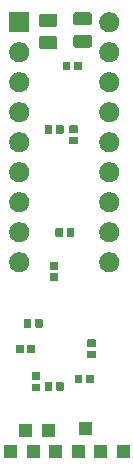
<source format=gbr>
G04 #@! TF.GenerationSoftware,KiCad,Pcbnew,5.1.5+dfsg1-2build2*
G04 #@! TF.CreationDate,2023-02-09T08:11:11+00:00*
G04 #@! TF.ProjectId,video-ram-replacement,76696465-6f2d-4726-916d-2d7265706c61,rev?*
G04 #@! TF.SameCoordinates,Original*
G04 #@! TF.FileFunction,Soldermask,Bot*
G04 #@! TF.FilePolarity,Negative*
%FSLAX46Y46*%
G04 Gerber Fmt 4.6, Leading zero omitted, Abs format (unit mm)*
G04 Created by KiCad (PCBNEW 5.1.5+dfsg1-2build2) date 2023-02-09 08:11:11*
%MOMM*%
%LPD*%
G04 APERTURE LIST*
%ADD10C,0.150000*%
G04 APERTURE END LIST*
D10*
G36*
X188892000Y-163619000D02*
G01*
X187790000Y-163619000D01*
X187790000Y-162517000D01*
X188892000Y-162517000D01*
X188892000Y-163619000D01*
G37*
G36*
X186987000Y-163619000D02*
G01*
X185885000Y-163619000D01*
X185885000Y-162517000D01*
X186987000Y-162517000D01*
X186987000Y-163619000D01*
G37*
G36*
X185082000Y-163619000D02*
G01*
X183980000Y-163619000D01*
X183980000Y-162517000D01*
X185082000Y-162517000D01*
X185082000Y-163619000D01*
G37*
G36*
X183177000Y-163619000D02*
G01*
X182075000Y-163619000D01*
X182075000Y-162517000D01*
X183177000Y-162517000D01*
X183177000Y-163619000D01*
G37*
G36*
X181272000Y-163619000D02*
G01*
X180170000Y-163619000D01*
X180170000Y-162517000D01*
X181272000Y-162517000D01*
X181272000Y-163619000D01*
G37*
G36*
X179367000Y-163619000D02*
G01*
X178265000Y-163619000D01*
X178265000Y-162517000D01*
X179367000Y-162517000D01*
X179367000Y-163619000D01*
G37*
G36*
X180637000Y-161841000D02*
G01*
X179535000Y-161841000D01*
X179535000Y-160739000D01*
X180637000Y-160739000D01*
X180637000Y-161841000D01*
G37*
G36*
X182542000Y-161841000D02*
G01*
X181440000Y-161841000D01*
X181440000Y-160739000D01*
X182542000Y-160739000D01*
X182542000Y-161841000D01*
G37*
G36*
X185717000Y-161714000D02*
G01*
X184615000Y-161714000D01*
X184615000Y-160612000D01*
X185717000Y-160612000D01*
X185717000Y-161714000D01*
G37*
G36*
X181252976Y-157326772D02*
G01*
X181272181Y-157332598D01*
X181289893Y-157342065D01*
X181305405Y-157354795D01*
X181318135Y-157370307D01*
X181327602Y-157388019D01*
X181333428Y-157407224D01*
X181336000Y-157433340D01*
X181336000Y-157877060D01*
X181333428Y-157903176D01*
X181327602Y-157922381D01*
X181318135Y-157940093D01*
X181305405Y-157955605D01*
X181289893Y-157968335D01*
X181272181Y-157977802D01*
X181252976Y-157983628D01*
X181226860Y-157986200D01*
X180723140Y-157986200D01*
X180697024Y-157983628D01*
X180677819Y-157977802D01*
X180660107Y-157968335D01*
X180644595Y-157955605D01*
X180631865Y-157940093D01*
X180622398Y-157922381D01*
X180616572Y-157903176D01*
X180614000Y-157877060D01*
X180614000Y-157433340D01*
X180616572Y-157407224D01*
X180622398Y-157388019D01*
X180631865Y-157370307D01*
X180644595Y-157354795D01*
X180660107Y-157342065D01*
X180677819Y-157332598D01*
X180697024Y-157326772D01*
X180723140Y-157324200D01*
X181226860Y-157324200D01*
X181252976Y-157326772D01*
G37*
G36*
X182266976Y-157197772D02*
G01*
X182286181Y-157203598D01*
X182303893Y-157213065D01*
X182319405Y-157225795D01*
X182332135Y-157241307D01*
X182341602Y-157259019D01*
X182347428Y-157278224D01*
X182350000Y-157304340D01*
X182350000Y-157808060D01*
X182347428Y-157834176D01*
X182341602Y-157853381D01*
X182332135Y-157871093D01*
X182319405Y-157886605D01*
X182303893Y-157899335D01*
X182286181Y-157908802D01*
X182266976Y-157914628D01*
X182240860Y-157917200D01*
X181797140Y-157917200D01*
X181771024Y-157914628D01*
X181751819Y-157908802D01*
X181734107Y-157899335D01*
X181718595Y-157886605D01*
X181705865Y-157871093D01*
X181696398Y-157853381D01*
X181690572Y-157834176D01*
X181688000Y-157808060D01*
X181688000Y-157304340D01*
X181690572Y-157278224D01*
X181696398Y-157259019D01*
X181705865Y-157241307D01*
X181718595Y-157225795D01*
X181734107Y-157213065D01*
X181751819Y-157203598D01*
X181771024Y-157197772D01*
X181797140Y-157195200D01*
X182240860Y-157195200D01*
X182266976Y-157197772D01*
G37*
G36*
X183226976Y-157197772D02*
G01*
X183246181Y-157203598D01*
X183263893Y-157213065D01*
X183279405Y-157225795D01*
X183292135Y-157241307D01*
X183301602Y-157259019D01*
X183307428Y-157278224D01*
X183310000Y-157304340D01*
X183310000Y-157808060D01*
X183307428Y-157834176D01*
X183301602Y-157853381D01*
X183292135Y-157871093D01*
X183279405Y-157886605D01*
X183263893Y-157899335D01*
X183246181Y-157908802D01*
X183226976Y-157914628D01*
X183200860Y-157917200D01*
X182757140Y-157917200D01*
X182731024Y-157914628D01*
X182711819Y-157908802D01*
X182694107Y-157899335D01*
X182678595Y-157886605D01*
X182665865Y-157871093D01*
X182656398Y-157853381D01*
X182650572Y-157834176D01*
X182648000Y-157808060D01*
X182648000Y-157304340D01*
X182650572Y-157278224D01*
X182656398Y-157259019D01*
X182665865Y-157241307D01*
X182678595Y-157225795D01*
X182694107Y-157213065D01*
X182711819Y-157203598D01*
X182731024Y-157197772D01*
X182757140Y-157195200D01*
X183200860Y-157195200D01*
X183226976Y-157197772D01*
G37*
G36*
X184806976Y-156562772D02*
G01*
X184826181Y-156568598D01*
X184843893Y-156578065D01*
X184859405Y-156590795D01*
X184872135Y-156606307D01*
X184881602Y-156624019D01*
X184887428Y-156643224D01*
X184890000Y-156669340D01*
X184890000Y-157173060D01*
X184887428Y-157199176D01*
X184881602Y-157218381D01*
X184872135Y-157236093D01*
X184859405Y-157251605D01*
X184843893Y-157264335D01*
X184826181Y-157273802D01*
X184806976Y-157279628D01*
X184780860Y-157282200D01*
X184337140Y-157282200D01*
X184311024Y-157279628D01*
X184291819Y-157273802D01*
X184274107Y-157264335D01*
X184258595Y-157251605D01*
X184245865Y-157236093D01*
X184236398Y-157218381D01*
X184230572Y-157199176D01*
X184228000Y-157173060D01*
X184228000Y-156669340D01*
X184230572Y-156643224D01*
X184236398Y-156624019D01*
X184245865Y-156606307D01*
X184258595Y-156590795D01*
X184274107Y-156578065D01*
X184291819Y-156568598D01*
X184311024Y-156562772D01*
X184337140Y-156560200D01*
X184780860Y-156560200D01*
X184806976Y-156562772D01*
G37*
G36*
X185766976Y-156562772D02*
G01*
X185786181Y-156568598D01*
X185803893Y-156578065D01*
X185819405Y-156590795D01*
X185832135Y-156606307D01*
X185841602Y-156624019D01*
X185847428Y-156643224D01*
X185850000Y-156669340D01*
X185850000Y-157173060D01*
X185847428Y-157199176D01*
X185841602Y-157218381D01*
X185832135Y-157236093D01*
X185819405Y-157251605D01*
X185803893Y-157264335D01*
X185786181Y-157273802D01*
X185766976Y-157279628D01*
X185740860Y-157282200D01*
X185297140Y-157282200D01*
X185271024Y-157279628D01*
X185251819Y-157273802D01*
X185234107Y-157264335D01*
X185218595Y-157251605D01*
X185205865Y-157236093D01*
X185196398Y-157218381D01*
X185190572Y-157199176D01*
X185188000Y-157173060D01*
X185188000Y-156669340D01*
X185190572Y-156643224D01*
X185196398Y-156624019D01*
X185205865Y-156606307D01*
X185218595Y-156590795D01*
X185234107Y-156578065D01*
X185251819Y-156568598D01*
X185271024Y-156562772D01*
X185297140Y-156560200D01*
X185740860Y-156560200D01*
X185766976Y-156562772D01*
G37*
G36*
X181252976Y-156366772D02*
G01*
X181272181Y-156372598D01*
X181289893Y-156382065D01*
X181305405Y-156394795D01*
X181318135Y-156410307D01*
X181327602Y-156428019D01*
X181333428Y-156447224D01*
X181336000Y-156473340D01*
X181336000Y-156917060D01*
X181333428Y-156943176D01*
X181327602Y-156962381D01*
X181318135Y-156980093D01*
X181305405Y-156995605D01*
X181289893Y-157008335D01*
X181272181Y-157017802D01*
X181252976Y-157023628D01*
X181226860Y-157026200D01*
X180723140Y-157026200D01*
X180697024Y-157023628D01*
X180677819Y-157017802D01*
X180660107Y-157008335D01*
X180644595Y-156995605D01*
X180631865Y-156980093D01*
X180622398Y-156962381D01*
X180616572Y-156943176D01*
X180614000Y-156917060D01*
X180614000Y-156473340D01*
X180616572Y-156447224D01*
X180622398Y-156428019D01*
X180631865Y-156410307D01*
X180644595Y-156394795D01*
X180660107Y-156382065D01*
X180677819Y-156372598D01*
X180697024Y-156366772D01*
X180723140Y-156364200D01*
X181226860Y-156364200D01*
X181252976Y-156366772D01*
G37*
G36*
X185951976Y-154532772D02*
G01*
X185971181Y-154538598D01*
X185988893Y-154548065D01*
X186004405Y-154560795D01*
X186017135Y-154576307D01*
X186026602Y-154594019D01*
X186032428Y-154613224D01*
X186035000Y-154639340D01*
X186035000Y-155083060D01*
X186032428Y-155109176D01*
X186026602Y-155128381D01*
X186017135Y-155146093D01*
X186004405Y-155161605D01*
X185988893Y-155174335D01*
X185971181Y-155183802D01*
X185951976Y-155189628D01*
X185925860Y-155192200D01*
X185422140Y-155192200D01*
X185396024Y-155189628D01*
X185376819Y-155183802D01*
X185359107Y-155174335D01*
X185343595Y-155161605D01*
X185330865Y-155146093D01*
X185321398Y-155128381D01*
X185315572Y-155109176D01*
X185313000Y-155083060D01*
X185313000Y-154639340D01*
X185315572Y-154613224D01*
X185321398Y-154594019D01*
X185330865Y-154576307D01*
X185343595Y-154560795D01*
X185359107Y-154548065D01*
X185376819Y-154538598D01*
X185396024Y-154532772D01*
X185422140Y-154530200D01*
X185925860Y-154530200D01*
X185951976Y-154532772D01*
G37*
G36*
X179853976Y-154022772D02*
G01*
X179873181Y-154028598D01*
X179890893Y-154038065D01*
X179906405Y-154050795D01*
X179919135Y-154066307D01*
X179928602Y-154084019D01*
X179934428Y-154103224D01*
X179937000Y-154129340D01*
X179937000Y-154633060D01*
X179934428Y-154659176D01*
X179928602Y-154678381D01*
X179919135Y-154696093D01*
X179906405Y-154711605D01*
X179890893Y-154724335D01*
X179873181Y-154733802D01*
X179853976Y-154739628D01*
X179827860Y-154742200D01*
X179384140Y-154742200D01*
X179358024Y-154739628D01*
X179338819Y-154733802D01*
X179321107Y-154724335D01*
X179305595Y-154711605D01*
X179292865Y-154696093D01*
X179283398Y-154678381D01*
X179277572Y-154659176D01*
X179275000Y-154633060D01*
X179275000Y-154129340D01*
X179277572Y-154103224D01*
X179283398Y-154084019D01*
X179292865Y-154066307D01*
X179305595Y-154050795D01*
X179321107Y-154038065D01*
X179338819Y-154028598D01*
X179358024Y-154022772D01*
X179384140Y-154020200D01*
X179827860Y-154020200D01*
X179853976Y-154022772D01*
G37*
G36*
X180813976Y-154022772D02*
G01*
X180833181Y-154028598D01*
X180850893Y-154038065D01*
X180866405Y-154050795D01*
X180879135Y-154066307D01*
X180888602Y-154084019D01*
X180894428Y-154103224D01*
X180897000Y-154129340D01*
X180897000Y-154633060D01*
X180894428Y-154659176D01*
X180888602Y-154678381D01*
X180879135Y-154696093D01*
X180866405Y-154711605D01*
X180850893Y-154724335D01*
X180833181Y-154733802D01*
X180813976Y-154739628D01*
X180787860Y-154742200D01*
X180344140Y-154742200D01*
X180318024Y-154739628D01*
X180298819Y-154733802D01*
X180281107Y-154724335D01*
X180265595Y-154711605D01*
X180252865Y-154696093D01*
X180243398Y-154678381D01*
X180237572Y-154659176D01*
X180235000Y-154633060D01*
X180235000Y-154129340D01*
X180237572Y-154103224D01*
X180243398Y-154084019D01*
X180252865Y-154066307D01*
X180265595Y-154050795D01*
X180281107Y-154038065D01*
X180298819Y-154028598D01*
X180318024Y-154022772D01*
X180344140Y-154020200D01*
X180787860Y-154020200D01*
X180813976Y-154022772D01*
G37*
G36*
X185951976Y-153572772D02*
G01*
X185971181Y-153578598D01*
X185988893Y-153588065D01*
X186004405Y-153600795D01*
X186017135Y-153616307D01*
X186026602Y-153634019D01*
X186032428Y-153653224D01*
X186035000Y-153679340D01*
X186035000Y-154123060D01*
X186032428Y-154149176D01*
X186026602Y-154168381D01*
X186017135Y-154186093D01*
X186004405Y-154201605D01*
X185988893Y-154214335D01*
X185971181Y-154223802D01*
X185951976Y-154229628D01*
X185925860Y-154232200D01*
X185422140Y-154232200D01*
X185396024Y-154229628D01*
X185376819Y-154223802D01*
X185359107Y-154214335D01*
X185343595Y-154201605D01*
X185330865Y-154186093D01*
X185321398Y-154168381D01*
X185315572Y-154149176D01*
X185313000Y-154123060D01*
X185313000Y-153679340D01*
X185315572Y-153653224D01*
X185321398Y-153634019D01*
X185330865Y-153616307D01*
X185343595Y-153600795D01*
X185359107Y-153588065D01*
X185376819Y-153578598D01*
X185396024Y-153572772D01*
X185422140Y-153570200D01*
X185925860Y-153570200D01*
X185951976Y-153572772D01*
G37*
G36*
X180488976Y-151863772D02*
G01*
X180508181Y-151869598D01*
X180525893Y-151879065D01*
X180541405Y-151891795D01*
X180554135Y-151907307D01*
X180563602Y-151925019D01*
X180569428Y-151944224D01*
X180572000Y-151970340D01*
X180572000Y-152474060D01*
X180569428Y-152500176D01*
X180563602Y-152519381D01*
X180554135Y-152537093D01*
X180541405Y-152552605D01*
X180525893Y-152565335D01*
X180508181Y-152574802D01*
X180488976Y-152580628D01*
X180462860Y-152583200D01*
X180019140Y-152583200D01*
X179993024Y-152580628D01*
X179973819Y-152574802D01*
X179956107Y-152565335D01*
X179940595Y-152552605D01*
X179927865Y-152537093D01*
X179918398Y-152519381D01*
X179912572Y-152500176D01*
X179910000Y-152474060D01*
X179910000Y-151970340D01*
X179912572Y-151944224D01*
X179918398Y-151925019D01*
X179927865Y-151907307D01*
X179940595Y-151891795D01*
X179956107Y-151879065D01*
X179973819Y-151869598D01*
X179993024Y-151863772D01*
X180019140Y-151861200D01*
X180462860Y-151861200D01*
X180488976Y-151863772D01*
G37*
G36*
X181448976Y-151863772D02*
G01*
X181468181Y-151869598D01*
X181485893Y-151879065D01*
X181501405Y-151891795D01*
X181514135Y-151907307D01*
X181523602Y-151925019D01*
X181529428Y-151944224D01*
X181532000Y-151970340D01*
X181532000Y-152474060D01*
X181529428Y-152500176D01*
X181523602Y-152519381D01*
X181514135Y-152537093D01*
X181501405Y-152552605D01*
X181485893Y-152565335D01*
X181468181Y-152574802D01*
X181448976Y-152580628D01*
X181422860Y-152583200D01*
X180979140Y-152583200D01*
X180953024Y-152580628D01*
X180933819Y-152574802D01*
X180916107Y-152565335D01*
X180900595Y-152552605D01*
X180887865Y-152537093D01*
X180878398Y-152519381D01*
X180872572Y-152500176D01*
X180870000Y-152474060D01*
X180870000Y-151970340D01*
X180872572Y-151944224D01*
X180878398Y-151925019D01*
X180887865Y-151907307D01*
X180900595Y-151891795D01*
X180916107Y-151879065D01*
X180933819Y-151869598D01*
X180953024Y-151863772D01*
X180979140Y-151861200D01*
X181422860Y-151861200D01*
X181448976Y-151863772D01*
G37*
G36*
X182776976Y-147979572D02*
G01*
X182796181Y-147985398D01*
X182813893Y-147994865D01*
X182829405Y-148007595D01*
X182842135Y-148023107D01*
X182851602Y-148040819D01*
X182857428Y-148060024D01*
X182860000Y-148086140D01*
X182860000Y-148529860D01*
X182857428Y-148555976D01*
X182851602Y-148575181D01*
X182842135Y-148592893D01*
X182829405Y-148608405D01*
X182813893Y-148621135D01*
X182796181Y-148630602D01*
X182776976Y-148636428D01*
X182750860Y-148639000D01*
X182247140Y-148639000D01*
X182221024Y-148636428D01*
X182201819Y-148630602D01*
X182184107Y-148621135D01*
X182168595Y-148608405D01*
X182155865Y-148592893D01*
X182146398Y-148575181D01*
X182140572Y-148555976D01*
X182138000Y-148529860D01*
X182138000Y-148086140D01*
X182140572Y-148060024D01*
X182146398Y-148040819D01*
X182155865Y-148023107D01*
X182168595Y-148007595D01*
X182184107Y-147994865D01*
X182201819Y-147985398D01*
X182221024Y-147979572D01*
X182247140Y-147977000D01*
X182750860Y-147977000D01*
X182776976Y-147979572D01*
G37*
G36*
X179804228Y-146233703D02*
G01*
X179959100Y-146297853D01*
X180098481Y-146390985D01*
X180217015Y-146509519D01*
X180310147Y-146648900D01*
X180374297Y-146803772D01*
X180407000Y-146968184D01*
X180407000Y-147135816D01*
X180374297Y-147300228D01*
X180310147Y-147455100D01*
X180217015Y-147594481D01*
X180098481Y-147713015D01*
X179959100Y-147806147D01*
X179804228Y-147870297D01*
X179639816Y-147903000D01*
X179472184Y-147903000D01*
X179307772Y-147870297D01*
X179152900Y-147806147D01*
X179013519Y-147713015D01*
X178894985Y-147594481D01*
X178801853Y-147455100D01*
X178737703Y-147300228D01*
X178705000Y-147135816D01*
X178705000Y-146968184D01*
X178737703Y-146803772D01*
X178801853Y-146648900D01*
X178894985Y-146509519D01*
X179013519Y-146390985D01*
X179152900Y-146297853D01*
X179307772Y-146233703D01*
X179472184Y-146201000D01*
X179639816Y-146201000D01*
X179804228Y-146233703D01*
G37*
G36*
X187424228Y-146233703D02*
G01*
X187579100Y-146297853D01*
X187718481Y-146390985D01*
X187837015Y-146509519D01*
X187930147Y-146648900D01*
X187994297Y-146803772D01*
X188027000Y-146968184D01*
X188027000Y-147135816D01*
X187994297Y-147300228D01*
X187930147Y-147455100D01*
X187837015Y-147594481D01*
X187718481Y-147713015D01*
X187579100Y-147806147D01*
X187424228Y-147870297D01*
X187259816Y-147903000D01*
X187092184Y-147903000D01*
X186927772Y-147870297D01*
X186772900Y-147806147D01*
X186633519Y-147713015D01*
X186514985Y-147594481D01*
X186421853Y-147455100D01*
X186357703Y-147300228D01*
X186325000Y-147135816D01*
X186325000Y-146968184D01*
X186357703Y-146803772D01*
X186421853Y-146648900D01*
X186514985Y-146509519D01*
X186633519Y-146390985D01*
X186772900Y-146297853D01*
X186927772Y-146233703D01*
X187092184Y-146201000D01*
X187259816Y-146201000D01*
X187424228Y-146233703D01*
G37*
G36*
X182776976Y-147019572D02*
G01*
X182796181Y-147025398D01*
X182813893Y-147034865D01*
X182829405Y-147047595D01*
X182842135Y-147063107D01*
X182851602Y-147080819D01*
X182857428Y-147100024D01*
X182860000Y-147126140D01*
X182860000Y-147569860D01*
X182857428Y-147595976D01*
X182851602Y-147615181D01*
X182842135Y-147632893D01*
X182829405Y-147648405D01*
X182813893Y-147661135D01*
X182796181Y-147670602D01*
X182776976Y-147676428D01*
X182750860Y-147679000D01*
X182247140Y-147679000D01*
X182221024Y-147676428D01*
X182201819Y-147670602D01*
X182184107Y-147661135D01*
X182168595Y-147648405D01*
X182155865Y-147632893D01*
X182146398Y-147615181D01*
X182140572Y-147595976D01*
X182138000Y-147569860D01*
X182138000Y-147126140D01*
X182140572Y-147100024D01*
X182146398Y-147080819D01*
X182155865Y-147063107D01*
X182168595Y-147047595D01*
X182184107Y-147034865D01*
X182201819Y-147025398D01*
X182221024Y-147019572D01*
X182247140Y-147017000D01*
X182750860Y-147017000D01*
X182776976Y-147019572D01*
G37*
G36*
X187424228Y-143693703D02*
G01*
X187579100Y-143757853D01*
X187718481Y-143850985D01*
X187837015Y-143969519D01*
X187930147Y-144108900D01*
X187994297Y-144263772D01*
X188027000Y-144428184D01*
X188027000Y-144595816D01*
X187994297Y-144760228D01*
X187930147Y-144915100D01*
X187837015Y-145054481D01*
X187718481Y-145173015D01*
X187579100Y-145266147D01*
X187424228Y-145330297D01*
X187259816Y-145363000D01*
X187092184Y-145363000D01*
X186927772Y-145330297D01*
X186772900Y-145266147D01*
X186633519Y-145173015D01*
X186514985Y-145054481D01*
X186421853Y-144915100D01*
X186357703Y-144760228D01*
X186325000Y-144595816D01*
X186325000Y-144428184D01*
X186357703Y-144263772D01*
X186421853Y-144108900D01*
X186514985Y-143969519D01*
X186633519Y-143850985D01*
X186772900Y-143757853D01*
X186927772Y-143693703D01*
X187092184Y-143661000D01*
X187259816Y-143661000D01*
X187424228Y-143693703D01*
G37*
G36*
X179804228Y-143693703D02*
G01*
X179959100Y-143757853D01*
X180098481Y-143850985D01*
X180217015Y-143969519D01*
X180310147Y-144108900D01*
X180374297Y-144263772D01*
X180407000Y-144428184D01*
X180407000Y-144595816D01*
X180374297Y-144760228D01*
X180310147Y-144915100D01*
X180217015Y-145054481D01*
X180098481Y-145173015D01*
X179959100Y-145266147D01*
X179804228Y-145330297D01*
X179639816Y-145363000D01*
X179472184Y-145363000D01*
X179307772Y-145330297D01*
X179152900Y-145266147D01*
X179013519Y-145173015D01*
X178894985Y-145054481D01*
X178801853Y-144915100D01*
X178737703Y-144760228D01*
X178705000Y-144595816D01*
X178705000Y-144428184D01*
X178737703Y-144263772D01*
X178801853Y-144108900D01*
X178894985Y-143969519D01*
X179013519Y-143850985D01*
X179152900Y-143757853D01*
X179307772Y-143693703D01*
X179472184Y-143661000D01*
X179639816Y-143661000D01*
X179804228Y-143693703D01*
G37*
G36*
X184143976Y-144167572D02*
G01*
X184163181Y-144173398D01*
X184180893Y-144182865D01*
X184196405Y-144195595D01*
X184209135Y-144211107D01*
X184218602Y-144228819D01*
X184224428Y-144248024D01*
X184227000Y-144274140D01*
X184227000Y-144777860D01*
X184224428Y-144803976D01*
X184218602Y-144823181D01*
X184209135Y-144840893D01*
X184196405Y-144856405D01*
X184180893Y-144869135D01*
X184163181Y-144878602D01*
X184143976Y-144884428D01*
X184117860Y-144887000D01*
X183674140Y-144887000D01*
X183648024Y-144884428D01*
X183628819Y-144878602D01*
X183611107Y-144869135D01*
X183595595Y-144856405D01*
X183582865Y-144840893D01*
X183573398Y-144823181D01*
X183567572Y-144803976D01*
X183565000Y-144777860D01*
X183565000Y-144274140D01*
X183567572Y-144248024D01*
X183573398Y-144228819D01*
X183582865Y-144211107D01*
X183595595Y-144195595D01*
X183611107Y-144182865D01*
X183628819Y-144173398D01*
X183648024Y-144167572D01*
X183674140Y-144165000D01*
X184117860Y-144165000D01*
X184143976Y-144167572D01*
G37*
G36*
X183183976Y-144167572D02*
G01*
X183203181Y-144173398D01*
X183220893Y-144182865D01*
X183236405Y-144195595D01*
X183249135Y-144211107D01*
X183258602Y-144228819D01*
X183264428Y-144248024D01*
X183267000Y-144274140D01*
X183267000Y-144777860D01*
X183264428Y-144803976D01*
X183258602Y-144823181D01*
X183249135Y-144840893D01*
X183236405Y-144856405D01*
X183220893Y-144869135D01*
X183203181Y-144878602D01*
X183183976Y-144884428D01*
X183157860Y-144887000D01*
X182714140Y-144887000D01*
X182688024Y-144884428D01*
X182668819Y-144878602D01*
X182651107Y-144869135D01*
X182635595Y-144856405D01*
X182622865Y-144840893D01*
X182613398Y-144823181D01*
X182607572Y-144803976D01*
X182605000Y-144777860D01*
X182605000Y-144274140D01*
X182607572Y-144248024D01*
X182613398Y-144228819D01*
X182622865Y-144211107D01*
X182635595Y-144195595D01*
X182651107Y-144182865D01*
X182668819Y-144173398D01*
X182688024Y-144167572D01*
X182714140Y-144165000D01*
X183157860Y-144165000D01*
X183183976Y-144167572D01*
G37*
G36*
X179804228Y-141153703D02*
G01*
X179959100Y-141217853D01*
X180098481Y-141310985D01*
X180217015Y-141429519D01*
X180310147Y-141568900D01*
X180374297Y-141723772D01*
X180407000Y-141888184D01*
X180407000Y-142055816D01*
X180374297Y-142220228D01*
X180310147Y-142375100D01*
X180217015Y-142514481D01*
X180098481Y-142633015D01*
X179959100Y-142726147D01*
X179804228Y-142790297D01*
X179639816Y-142823000D01*
X179472184Y-142823000D01*
X179307772Y-142790297D01*
X179152900Y-142726147D01*
X179013519Y-142633015D01*
X178894985Y-142514481D01*
X178801853Y-142375100D01*
X178737703Y-142220228D01*
X178705000Y-142055816D01*
X178705000Y-141888184D01*
X178737703Y-141723772D01*
X178801853Y-141568900D01*
X178894985Y-141429519D01*
X179013519Y-141310985D01*
X179152900Y-141217853D01*
X179307772Y-141153703D01*
X179472184Y-141121000D01*
X179639816Y-141121000D01*
X179804228Y-141153703D01*
G37*
G36*
X187424228Y-141153703D02*
G01*
X187579100Y-141217853D01*
X187718481Y-141310985D01*
X187837015Y-141429519D01*
X187930147Y-141568900D01*
X187994297Y-141723772D01*
X188027000Y-141888184D01*
X188027000Y-142055816D01*
X187994297Y-142220228D01*
X187930147Y-142375100D01*
X187837015Y-142514481D01*
X187718481Y-142633015D01*
X187579100Y-142726147D01*
X187424228Y-142790297D01*
X187259816Y-142823000D01*
X187092184Y-142823000D01*
X186927772Y-142790297D01*
X186772900Y-142726147D01*
X186633519Y-142633015D01*
X186514985Y-142514481D01*
X186421853Y-142375100D01*
X186357703Y-142220228D01*
X186325000Y-142055816D01*
X186325000Y-141888184D01*
X186357703Y-141723772D01*
X186421853Y-141568900D01*
X186514985Y-141429519D01*
X186633519Y-141310985D01*
X186772900Y-141217853D01*
X186927772Y-141153703D01*
X187092184Y-141121000D01*
X187259816Y-141121000D01*
X187424228Y-141153703D01*
G37*
G36*
X187424228Y-138613703D02*
G01*
X187579100Y-138677853D01*
X187718481Y-138770985D01*
X187837015Y-138889519D01*
X187930147Y-139028900D01*
X187994297Y-139183772D01*
X188027000Y-139348184D01*
X188027000Y-139515816D01*
X187994297Y-139680228D01*
X187930147Y-139835100D01*
X187837015Y-139974481D01*
X187718481Y-140093015D01*
X187579100Y-140186147D01*
X187424228Y-140250297D01*
X187259816Y-140283000D01*
X187092184Y-140283000D01*
X186927772Y-140250297D01*
X186772900Y-140186147D01*
X186633519Y-140093015D01*
X186514985Y-139974481D01*
X186421853Y-139835100D01*
X186357703Y-139680228D01*
X186325000Y-139515816D01*
X186325000Y-139348184D01*
X186357703Y-139183772D01*
X186421853Y-139028900D01*
X186514985Y-138889519D01*
X186633519Y-138770985D01*
X186772900Y-138677853D01*
X186927772Y-138613703D01*
X187092184Y-138581000D01*
X187259816Y-138581000D01*
X187424228Y-138613703D01*
G37*
G36*
X179804228Y-138613703D02*
G01*
X179959100Y-138677853D01*
X180098481Y-138770985D01*
X180217015Y-138889519D01*
X180310147Y-139028900D01*
X180374297Y-139183772D01*
X180407000Y-139348184D01*
X180407000Y-139515816D01*
X180374297Y-139680228D01*
X180310147Y-139835100D01*
X180217015Y-139974481D01*
X180098481Y-140093015D01*
X179959100Y-140186147D01*
X179804228Y-140250297D01*
X179639816Y-140283000D01*
X179472184Y-140283000D01*
X179307772Y-140250297D01*
X179152900Y-140186147D01*
X179013519Y-140093015D01*
X178894985Y-139974481D01*
X178801853Y-139835100D01*
X178737703Y-139680228D01*
X178705000Y-139515816D01*
X178705000Y-139348184D01*
X178737703Y-139183772D01*
X178801853Y-139028900D01*
X178894985Y-138889519D01*
X179013519Y-138770985D01*
X179152900Y-138677853D01*
X179307772Y-138613703D01*
X179472184Y-138581000D01*
X179639816Y-138581000D01*
X179804228Y-138613703D01*
G37*
G36*
X187424228Y-136073703D02*
G01*
X187579100Y-136137853D01*
X187718481Y-136230985D01*
X187837015Y-136349519D01*
X187930147Y-136488900D01*
X187994297Y-136643772D01*
X188027000Y-136808184D01*
X188027000Y-136975816D01*
X187994297Y-137140228D01*
X187930147Y-137295100D01*
X187837015Y-137434481D01*
X187718481Y-137553015D01*
X187579100Y-137646147D01*
X187424228Y-137710297D01*
X187259816Y-137743000D01*
X187092184Y-137743000D01*
X186927772Y-137710297D01*
X186772900Y-137646147D01*
X186633519Y-137553015D01*
X186514985Y-137434481D01*
X186421853Y-137295100D01*
X186357703Y-137140228D01*
X186325000Y-136975816D01*
X186325000Y-136808184D01*
X186357703Y-136643772D01*
X186421853Y-136488900D01*
X186514985Y-136349519D01*
X186633519Y-136230985D01*
X186772900Y-136137853D01*
X186927772Y-136073703D01*
X187092184Y-136041000D01*
X187259816Y-136041000D01*
X187424228Y-136073703D01*
G37*
G36*
X179804228Y-136073703D02*
G01*
X179959100Y-136137853D01*
X180098481Y-136230985D01*
X180217015Y-136349519D01*
X180310147Y-136488900D01*
X180374297Y-136643772D01*
X180407000Y-136808184D01*
X180407000Y-136975816D01*
X180374297Y-137140228D01*
X180310147Y-137295100D01*
X180217015Y-137434481D01*
X180098481Y-137553015D01*
X179959100Y-137646147D01*
X179804228Y-137710297D01*
X179639816Y-137743000D01*
X179472184Y-137743000D01*
X179307772Y-137710297D01*
X179152900Y-137646147D01*
X179013519Y-137553015D01*
X178894985Y-137434481D01*
X178801853Y-137295100D01*
X178737703Y-137140228D01*
X178705000Y-136975816D01*
X178705000Y-136808184D01*
X178737703Y-136643772D01*
X178801853Y-136488900D01*
X178894985Y-136349519D01*
X179013519Y-136230985D01*
X179152900Y-136137853D01*
X179307772Y-136073703D01*
X179472184Y-136041000D01*
X179639816Y-136041000D01*
X179804228Y-136073703D01*
G37*
G36*
X184427976Y-136422572D02*
G01*
X184447181Y-136428398D01*
X184464893Y-136437865D01*
X184480405Y-136450595D01*
X184493135Y-136466107D01*
X184502602Y-136483819D01*
X184508428Y-136503024D01*
X184511000Y-136529140D01*
X184511000Y-136972860D01*
X184508428Y-136998976D01*
X184502602Y-137018181D01*
X184493135Y-137035893D01*
X184480405Y-137051405D01*
X184464893Y-137064135D01*
X184447181Y-137073602D01*
X184427976Y-137079428D01*
X184401860Y-137082000D01*
X183898140Y-137082000D01*
X183872024Y-137079428D01*
X183852819Y-137073602D01*
X183835107Y-137064135D01*
X183819595Y-137051405D01*
X183806865Y-137035893D01*
X183797398Y-137018181D01*
X183791572Y-136998976D01*
X183789000Y-136972860D01*
X183789000Y-136529140D01*
X183791572Y-136503024D01*
X183797398Y-136483819D01*
X183806865Y-136466107D01*
X183819595Y-136450595D01*
X183835107Y-136437865D01*
X183852819Y-136428398D01*
X183872024Y-136422572D01*
X183898140Y-136420000D01*
X184401860Y-136420000D01*
X184427976Y-136422572D01*
G37*
G36*
X183226976Y-135455372D02*
G01*
X183246181Y-135461198D01*
X183263893Y-135470665D01*
X183279405Y-135483395D01*
X183292135Y-135498907D01*
X183301602Y-135516619D01*
X183307428Y-135535824D01*
X183310000Y-135561940D01*
X183310000Y-136065660D01*
X183307428Y-136091776D01*
X183301602Y-136110981D01*
X183292135Y-136128693D01*
X183279405Y-136144205D01*
X183263893Y-136156935D01*
X183246181Y-136166402D01*
X183226976Y-136172228D01*
X183200860Y-136174800D01*
X182757140Y-136174800D01*
X182731024Y-136172228D01*
X182711819Y-136166402D01*
X182694107Y-136156935D01*
X182678595Y-136144205D01*
X182665865Y-136128693D01*
X182656398Y-136110981D01*
X182650572Y-136091776D01*
X182648000Y-136065660D01*
X182648000Y-135561940D01*
X182650572Y-135535824D01*
X182656398Y-135516619D01*
X182665865Y-135498907D01*
X182678595Y-135483395D01*
X182694107Y-135470665D01*
X182711819Y-135461198D01*
X182731024Y-135455372D01*
X182757140Y-135452800D01*
X183200860Y-135452800D01*
X183226976Y-135455372D01*
G37*
G36*
X182266976Y-135455372D02*
G01*
X182286181Y-135461198D01*
X182303893Y-135470665D01*
X182319405Y-135483395D01*
X182332135Y-135498907D01*
X182341602Y-135516619D01*
X182347428Y-135535824D01*
X182350000Y-135561940D01*
X182350000Y-136065660D01*
X182347428Y-136091776D01*
X182341602Y-136110981D01*
X182332135Y-136128693D01*
X182319405Y-136144205D01*
X182303893Y-136156935D01*
X182286181Y-136166402D01*
X182266976Y-136172228D01*
X182240860Y-136174800D01*
X181797140Y-136174800D01*
X181771024Y-136172228D01*
X181751819Y-136166402D01*
X181734107Y-136156935D01*
X181718595Y-136144205D01*
X181705865Y-136128693D01*
X181696398Y-136110981D01*
X181690572Y-136091776D01*
X181688000Y-136065660D01*
X181688000Y-135561940D01*
X181690572Y-135535824D01*
X181696398Y-135516619D01*
X181705865Y-135498907D01*
X181718595Y-135483395D01*
X181734107Y-135470665D01*
X181751819Y-135461198D01*
X181771024Y-135455372D01*
X181797140Y-135452800D01*
X182240860Y-135452800D01*
X182266976Y-135455372D01*
G37*
G36*
X184427976Y-135462572D02*
G01*
X184447181Y-135468398D01*
X184464893Y-135477865D01*
X184480405Y-135490595D01*
X184493135Y-135506107D01*
X184502602Y-135523819D01*
X184508428Y-135543024D01*
X184511000Y-135569140D01*
X184511000Y-136012860D01*
X184508428Y-136038976D01*
X184502602Y-136058181D01*
X184493135Y-136075893D01*
X184480405Y-136091405D01*
X184464893Y-136104135D01*
X184447181Y-136113602D01*
X184427976Y-136119428D01*
X184401860Y-136122000D01*
X183898140Y-136122000D01*
X183872024Y-136119428D01*
X183852819Y-136113602D01*
X183835107Y-136104135D01*
X183819595Y-136091405D01*
X183806865Y-136075893D01*
X183797398Y-136058181D01*
X183791572Y-136038976D01*
X183789000Y-136012860D01*
X183789000Y-135569140D01*
X183791572Y-135543024D01*
X183797398Y-135523819D01*
X183806865Y-135506107D01*
X183819595Y-135490595D01*
X183835107Y-135477865D01*
X183852819Y-135468398D01*
X183872024Y-135462572D01*
X183898140Y-135460000D01*
X184401860Y-135460000D01*
X184427976Y-135462572D01*
G37*
G36*
X187424228Y-133533703D02*
G01*
X187579100Y-133597853D01*
X187718481Y-133690985D01*
X187837015Y-133809519D01*
X187930147Y-133948900D01*
X187994297Y-134103772D01*
X188027000Y-134268184D01*
X188027000Y-134435816D01*
X187994297Y-134600228D01*
X187930147Y-134755100D01*
X187837015Y-134894481D01*
X187718481Y-135013015D01*
X187579100Y-135106147D01*
X187424228Y-135170297D01*
X187259816Y-135203000D01*
X187092184Y-135203000D01*
X186927772Y-135170297D01*
X186772900Y-135106147D01*
X186633519Y-135013015D01*
X186514985Y-134894481D01*
X186421853Y-134755100D01*
X186357703Y-134600228D01*
X186325000Y-134435816D01*
X186325000Y-134268184D01*
X186357703Y-134103772D01*
X186421853Y-133948900D01*
X186514985Y-133809519D01*
X186633519Y-133690985D01*
X186772900Y-133597853D01*
X186927772Y-133533703D01*
X187092184Y-133501000D01*
X187259816Y-133501000D01*
X187424228Y-133533703D01*
G37*
G36*
X179804228Y-133533703D02*
G01*
X179959100Y-133597853D01*
X180098481Y-133690985D01*
X180217015Y-133809519D01*
X180310147Y-133948900D01*
X180374297Y-134103772D01*
X180407000Y-134268184D01*
X180407000Y-134435816D01*
X180374297Y-134600228D01*
X180310147Y-134755100D01*
X180217015Y-134894481D01*
X180098481Y-135013015D01*
X179959100Y-135106147D01*
X179804228Y-135170297D01*
X179639816Y-135203000D01*
X179472184Y-135203000D01*
X179307772Y-135170297D01*
X179152900Y-135106147D01*
X179013519Y-135013015D01*
X178894985Y-134894481D01*
X178801853Y-134755100D01*
X178737703Y-134600228D01*
X178705000Y-134435816D01*
X178705000Y-134268184D01*
X178737703Y-134103772D01*
X178801853Y-133948900D01*
X178894985Y-133809519D01*
X179013519Y-133690985D01*
X179152900Y-133597853D01*
X179307772Y-133533703D01*
X179472184Y-133501000D01*
X179639816Y-133501000D01*
X179804228Y-133533703D01*
G37*
G36*
X187424228Y-130993703D02*
G01*
X187579100Y-131057853D01*
X187718481Y-131150985D01*
X187837015Y-131269519D01*
X187930147Y-131408900D01*
X187994297Y-131563772D01*
X188027000Y-131728184D01*
X188027000Y-131895816D01*
X187994297Y-132060228D01*
X187930147Y-132215100D01*
X187837015Y-132354481D01*
X187718481Y-132473015D01*
X187579100Y-132566147D01*
X187424228Y-132630297D01*
X187259816Y-132663000D01*
X187092184Y-132663000D01*
X186927772Y-132630297D01*
X186772900Y-132566147D01*
X186633519Y-132473015D01*
X186514985Y-132354481D01*
X186421853Y-132215100D01*
X186357703Y-132060228D01*
X186325000Y-131895816D01*
X186325000Y-131728184D01*
X186357703Y-131563772D01*
X186421853Y-131408900D01*
X186514985Y-131269519D01*
X186633519Y-131150985D01*
X186772900Y-131057853D01*
X186927772Y-130993703D01*
X187092184Y-130961000D01*
X187259816Y-130961000D01*
X187424228Y-130993703D01*
G37*
G36*
X179804228Y-130993703D02*
G01*
X179959100Y-131057853D01*
X180098481Y-131150985D01*
X180217015Y-131269519D01*
X180310147Y-131408900D01*
X180374297Y-131563772D01*
X180407000Y-131728184D01*
X180407000Y-131895816D01*
X180374297Y-132060228D01*
X180310147Y-132215100D01*
X180217015Y-132354481D01*
X180098481Y-132473015D01*
X179959100Y-132566147D01*
X179804228Y-132630297D01*
X179639816Y-132663000D01*
X179472184Y-132663000D01*
X179307772Y-132630297D01*
X179152900Y-132566147D01*
X179013519Y-132473015D01*
X178894985Y-132354481D01*
X178801853Y-132215100D01*
X178737703Y-132060228D01*
X178705000Y-131895816D01*
X178705000Y-131728184D01*
X178737703Y-131563772D01*
X178801853Y-131408900D01*
X178894985Y-131269519D01*
X179013519Y-131150985D01*
X179152900Y-131057853D01*
X179307772Y-130993703D01*
X179472184Y-130961000D01*
X179639816Y-130961000D01*
X179804228Y-130993703D01*
G37*
G36*
X184750976Y-130070572D02*
G01*
X184770181Y-130076398D01*
X184787893Y-130085865D01*
X184803405Y-130098595D01*
X184816135Y-130114107D01*
X184825602Y-130131819D01*
X184831428Y-130151024D01*
X184834000Y-130177140D01*
X184834000Y-130680860D01*
X184831428Y-130706976D01*
X184825602Y-130726181D01*
X184816135Y-130743893D01*
X184803405Y-130759405D01*
X184787893Y-130772135D01*
X184770181Y-130781602D01*
X184750976Y-130787428D01*
X184724860Y-130790000D01*
X184281140Y-130790000D01*
X184255024Y-130787428D01*
X184235819Y-130781602D01*
X184218107Y-130772135D01*
X184202595Y-130759405D01*
X184189865Y-130743893D01*
X184180398Y-130726181D01*
X184174572Y-130706976D01*
X184172000Y-130680860D01*
X184172000Y-130177140D01*
X184174572Y-130151024D01*
X184180398Y-130131819D01*
X184189865Y-130114107D01*
X184202595Y-130098595D01*
X184218107Y-130085865D01*
X184235819Y-130076398D01*
X184255024Y-130070572D01*
X184281140Y-130068000D01*
X184724860Y-130068000D01*
X184750976Y-130070572D01*
G37*
G36*
X183790976Y-130070572D02*
G01*
X183810181Y-130076398D01*
X183827893Y-130085865D01*
X183843405Y-130098595D01*
X183856135Y-130114107D01*
X183865602Y-130131819D01*
X183871428Y-130151024D01*
X183874000Y-130177140D01*
X183874000Y-130680860D01*
X183871428Y-130706976D01*
X183865602Y-130726181D01*
X183856135Y-130743893D01*
X183843405Y-130759405D01*
X183827893Y-130772135D01*
X183810181Y-130781602D01*
X183790976Y-130787428D01*
X183764860Y-130790000D01*
X183321140Y-130790000D01*
X183295024Y-130787428D01*
X183275819Y-130781602D01*
X183258107Y-130772135D01*
X183242595Y-130759405D01*
X183229865Y-130743893D01*
X183220398Y-130726181D01*
X183214572Y-130706976D01*
X183212000Y-130680860D01*
X183212000Y-130177140D01*
X183214572Y-130151024D01*
X183220398Y-130131819D01*
X183229865Y-130114107D01*
X183242595Y-130098595D01*
X183258107Y-130085865D01*
X183275819Y-130076398D01*
X183295024Y-130070572D01*
X183321140Y-130068000D01*
X183764860Y-130068000D01*
X183790976Y-130070572D01*
G37*
G36*
X179804228Y-128453703D02*
G01*
X179959100Y-128517853D01*
X180098481Y-128610985D01*
X180217015Y-128729519D01*
X180310147Y-128868900D01*
X180374297Y-129023772D01*
X180407000Y-129188184D01*
X180407000Y-129355816D01*
X180374297Y-129520228D01*
X180310147Y-129675100D01*
X180217015Y-129814481D01*
X180098481Y-129933015D01*
X179959100Y-130026147D01*
X179804228Y-130090297D01*
X179639816Y-130123000D01*
X179472184Y-130123000D01*
X179307772Y-130090297D01*
X179152900Y-130026147D01*
X179013519Y-129933015D01*
X178894985Y-129814481D01*
X178801853Y-129675100D01*
X178737703Y-129520228D01*
X178705000Y-129355816D01*
X178705000Y-129188184D01*
X178737703Y-129023772D01*
X178801853Y-128868900D01*
X178894985Y-128729519D01*
X179013519Y-128610985D01*
X179152900Y-128517853D01*
X179307772Y-128453703D01*
X179472184Y-128421000D01*
X179639816Y-128421000D01*
X179804228Y-128453703D01*
G37*
G36*
X187424228Y-128453703D02*
G01*
X187579100Y-128517853D01*
X187718481Y-128610985D01*
X187837015Y-128729519D01*
X187930147Y-128868900D01*
X187994297Y-129023772D01*
X188027000Y-129188184D01*
X188027000Y-129355816D01*
X187994297Y-129520228D01*
X187930147Y-129675100D01*
X187837015Y-129814481D01*
X187718481Y-129933015D01*
X187579100Y-130026147D01*
X187424228Y-130090297D01*
X187259816Y-130123000D01*
X187092184Y-130123000D01*
X186927772Y-130090297D01*
X186772900Y-130026147D01*
X186633519Y-129933015D01*
X186514985Y-129814481D01*
X186421853Y-129675100D01*
X186357703Y-129520228D01*
X186325000Y-129355816D01*
X186325000Y-129188184D01*
X186357703Y-129023772D01*
X186421853Y-128868900D01*
X186514985Y-128729519D01*
X186633519Y-128610985D01*
X186772900Y-128517853D01*
X186927772Y-128453703D01*
X187092184Y-128421000D01*
X187259816Y-128421000D01*
X187424228Y-128453703D01*
G37*
G36*
X182595434Y-127911686D02*
G01*
X182635284Y-127923774D01*
X182671999Y-127943399D01*
X182704186Y-127969814D01*
X182730601Y-128002001D01*
X182750226Y-128038716D01*
X182762314Y-128078566D01*
X182767000Y-128126141D01*
X182767000Y-128789859D01*
X182762314Y-128837434D01*
X182750226Y-128877284D01*
X182730601Y-128913999D01*
X182704186Y-128946186D01*
X182671999Y-128972601D01*
X182635284Y-128992226D01*
X182595434Y-129004314D01*
X182547859Y-129009000D01*
X181434141Y-129009000D01*
X181386566Y-129004314D01*
X181346716Y-128992226D01*
X181310001Y-128972601D01*
X181277814Y-128946186D01*
X181251399Y-128913999D01*
X181231774Y-128877284D01*
X181219686Y-128837434D01*
X181215000Y-128789859D01*
X181215000Y-128126141D01*
X181219686Y-128078566D01*
X181231774Y-128038716D01*
X181251399Y-128002001D01*
X181277814Y-127969814D01*
X181310001Y-127943399D01*
X181346716Y-127923774D01*
X181386566Y-127911686D01*
X181434141Y-127907000D01*
X182547859Y-127907000D01*
X182595434Y-127911686D01*
G37*
G36*
X185516434Y-127784686D02*
G01*
X185556284Y-127796774D01*
X185592999Y-127816399D01*
X185625186Y-127842814D01*
X185651601Y-127875001D01*
X185671226Y-127911716D01*
X185683314Y-127951566D01*
X185688000Y-127999141D01*
X185688000Y-128662859D01*
X185683314Y-128710434D01*
X185671226Y-128750284D01*
X185651601Y-128786999D01*
X185625186Y-128819186D01*
X185592999Y-128845601D01*
X185556284Y-128865226D01*
X185516434Y-128877314D01*
X185468859Y-128882000D01*
X184355141Y-128882000D01*
X184307566Y-128877314D01*
X184267716Y-128865226D01*
X184231001Y-128845601D01*
X184198814Y-128819186D01*
X184172399Y-128786999D01*
X184152774Y-128750284D01*
X184140686Y-128710434D01*
X184136000Y-128662859D01*
X184136000Y-127999141D01*
X184140686Y-127951566D01*
X184152774Y-127911716D01*
X184172399Y-127875001D01*
X184198814Y-127842814D01*
X184231001Y-127816399D01*
X184267716Y-127796774D01*
X184307566Y-127784686D01*
X184355141Y-127780000D01*
X185468859Y-127780000D01*
X185516434Y-127784686D01*
G37*
G36*
X180407000Y-127583000D02*
G01*
X178705000Y-127583000D01*
X178705000Y-125881000D01*
X180407000Y-125881000D01*
X180407000Y-127583000D01*
G37*
G36*
X187424228Y-125913703D02*
G01*
X187579100Y-125977853D01*
X187718481Y-126070985D01*
X187837015Y-126189519D01*
X187930147Y-126328900D01*
X187994297Y-126483772D01*
X188027000Y-126648184D01*
X188027000Y-126815816D01*
X187994297Y-126980228D01*
X187930147Y-127135100D01*
X187837015Y-127274481D01*
X187718481Y-127393015D01*
X187579100Y-127486147D01*
X187424228Y-127550297D01*
X187259816Y-127583000D01*
X187092184Y-127583000D01*
X186927772Y-127550297D01*
X186772900Y-127486147D01*
X186633519Y-127393015D01*
X186514985Y-127274481D01*
X186421853Y-127135100D01*
X186357703Y-126980228D01*
X186325000Y-126815816D01*
X186325000Y-126648184D01*
X186357703Y-126483772D01*
X186421853Y-126328900D01*
X186514985Y-126189519D01*
X186633519Y-126070985D01*
X186772900Y-125977853D01*
X186927772Y-125913703D01*
X187092184Y-125881000D01*
X187259816Y-125881000D01*
X187424228Y-125913703D01*
G37*
G36*
X182595434Y-126011686D02*
G01*
X182635284Y-126023774D01*
X182671999Y-126043399D01*
X182704186Y-126069814D01*
X182730601Y-126102001D01*
X182750226Y-126138716D01*
X182762314Y-126178566D01*
X182767000Y-126226141D01*
X182767000Y-126889859D01*
X182762314Y-126937434D01*
X182750226Y-126977284D01*
X182730601Y-127013999D01*
X182704186Y-127046186D01*
X182671999Y-127072601D01*
X182635284Y-127092226D01*
X182595434Y-127104314D01*
X182547859Y-127109000D01*
X181434141Y-127109000D01*
X181386566Y-127104314D01*
X181346716Y-127092226D01*
X181310001Y-127072601D01*
X181277814Y-127046186D01*
X181251399Y-127013999D01*
X181231774Y-126977284D01*
X181219686Y-126937434D01*
X181215000Y-126889859D01*
X181215000Y-126226141D01*
X181219686Y-126178566D01*
X181231774Y-126138716D01*
X181251399Y-126102001D01*
X181277814Y-126069814D01*
X181310001Y-126043399D01*
X181346716Y-126023774D01*
X181386566Y-126011686D01*
X181434141Y-126007000D01*
X182547859Y-126007000D01*
X182595434Y-126011686D01*
G37*
G36*
X185516434Y-125884686D02*
G01*
X185556284Y-125896774D01*
X185592999Y-125916399D01*
X185625186Y-125942814D01*
X185651601Y-125975001D01*
X185671226Y-126011716D01*
X185683314Y-126051566D01*
X185688000Y-126099141D01*
X185688000Y-126762859D01*
X185683314Y-126810434D01*
X185671226Y-126850284D01*
X185651601Y-126886999D01*
X185625186Y-126919186D01*
X185592999Y-126945601D01*
X185556284Y-126965226D01*
X185516434Y-126977314D01*
X185468859Y-126982000D01*
X184355141Y-126982000D01*
X184307566Y-126977314D01*
X184267716Y-126965226D01*
X184231001Y-126945601D01*
X184198814Y-126919186D01*
X184172399Y-126886999D01*
X184152774Y-126850284D01*
X184140686Y-126810434D01*
X184136000Y-126762859D01*
X184136000Y-126099141D01*
X184140686Y-126051566D01*
X184152774Y-126011716D01*
X184172399Y-125975001D01*
X184198814Y-125942814D01*
X184231001Y-125916399D01*
X184267716Y-125896774D01*
X184307566Y-125884686D01*
X184355141Y-125880000D01*
X185468859Y-125880000D01*
X185516434Y-125884686D01*
G37*
M02*

</source>
